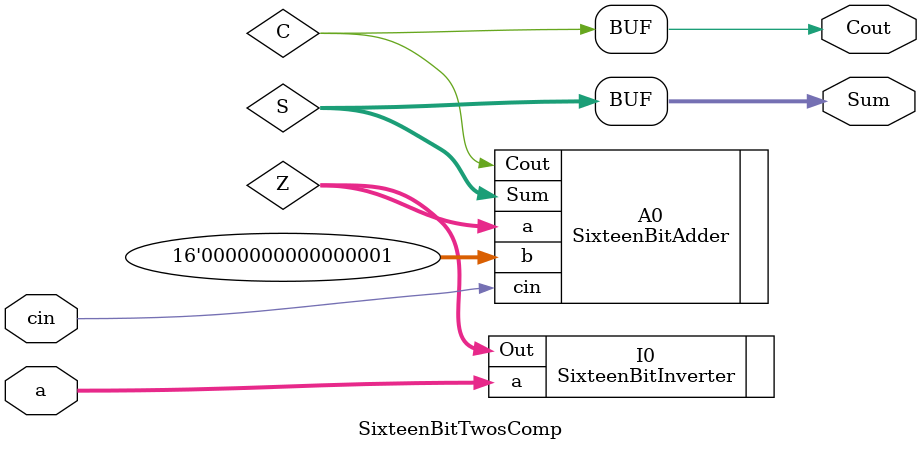
<source format=v>
module SixteenBitTwosComp (a, cin, Cout, Sum);
	input [15:0] a;
	input cin;
	output [15:0] Sum;
	output Cout;
	wire [15:0] Z;
	wire [15:0] S;
	wire C;
	SixteenBitInverter I0(.a(a[15:0]), .Out(Z[15:0]));
	SixteenBitAdder A0(.a(Z[15:0]), .b(16'b1), .cin(cin), .Cout(C), .Sum(S[15:0]));
	assign Sum[15:0] = S[15:0];
	assign Cout = C;
endmodule

</source>
